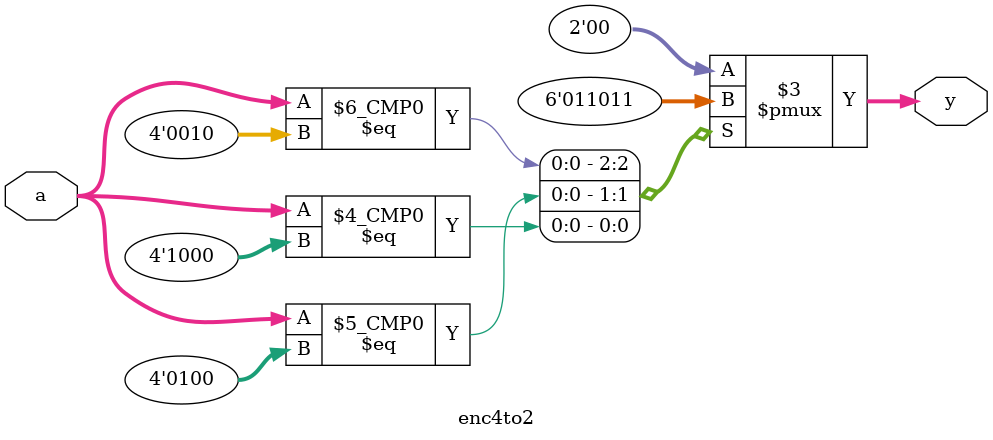
<source format=sv>
module enc4to2(a, y);
  input logic [3:0] a;
  output logic [1:0]y;
  always@(*) begin
    case(a)
      4'b0001 : y = 2'b00;
      4'b0010 : y = 2'b01;
      4'b0100 : y = 2'b10;
      4'b1000 : y = 2'b11;
      default : y = 2'b00;
    endcase
  end
endmodule

</source>
